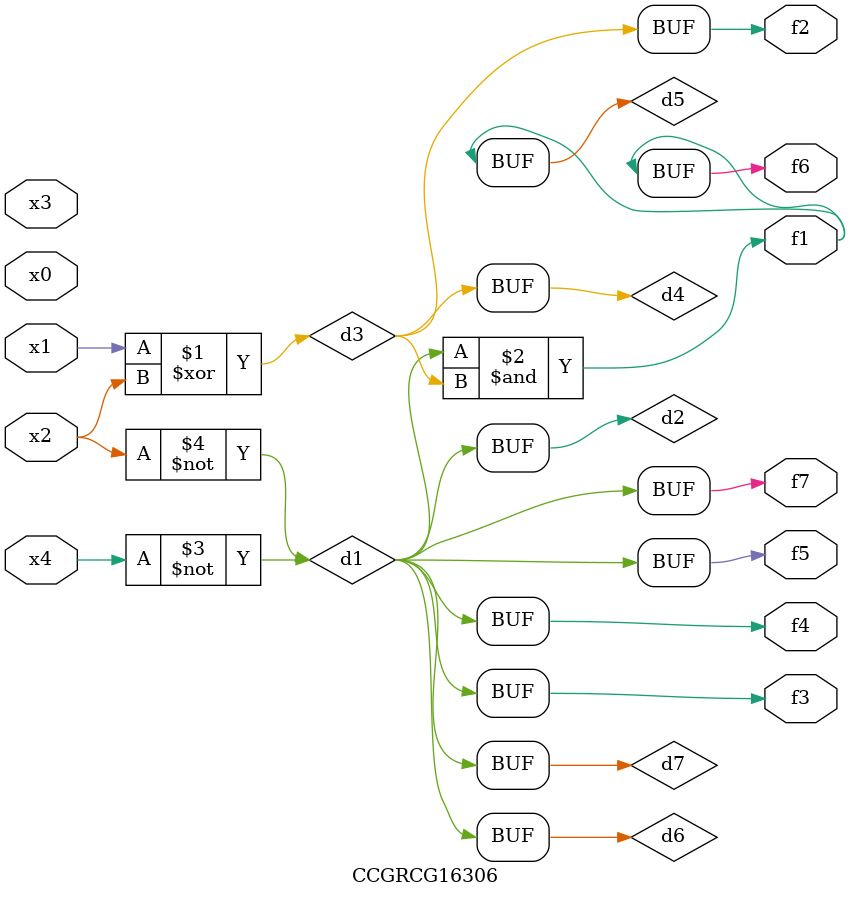
<source format=v>
module CCGRCG16306(
	input x0, x1, x2, x3, x4,
	output f1, f2, f3, f4, f5, f6, f7
);

	wire d1, d2, d3, d4, d5, d6, d7;

	not (d1, x4);
	not (d2, x2);
	xor (d3, x1, x2);
	buf (d4, d3);
	and (d5, d1, d3);
	buf (d6, d1, d2);
	buf (d7, d2);
	assign f1 = d5;
	assign f2 = d4;
	assign f3 = d7;
	assign f4 = d7;
	assign f5 = d7;
	assign f6 = d5;
	assign f7 = d7;
endmodule

</source>
